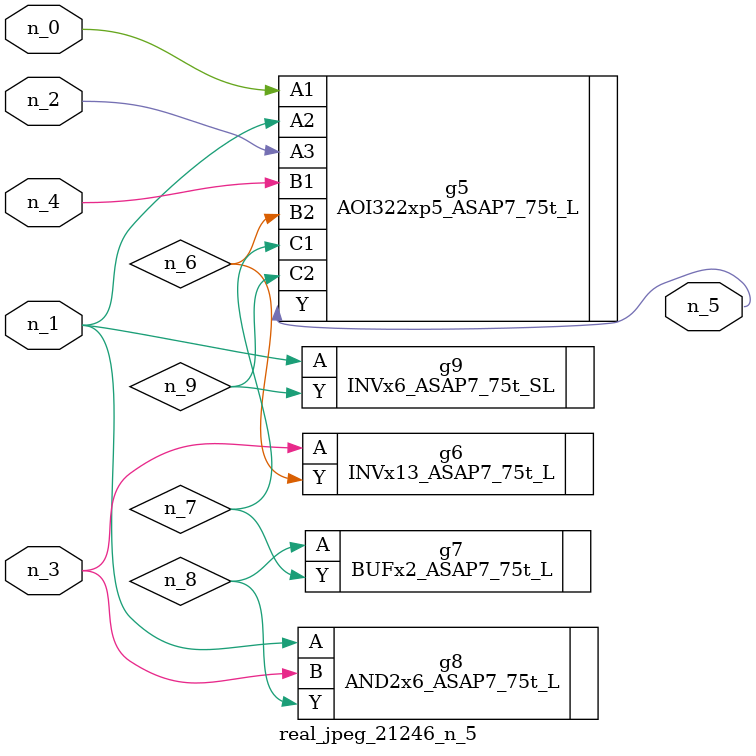
<source format=v>
module real_jpeg_21246_n_5 (n_4, n_0, n_1, n_2, n_3, n_5);

input n_4;
input n_0;
input n_1;
input n_2;
input n_3;

output n_5;

wire n_8;
wire n_6;
wire n_7;
wire n_9;

AOI322xp5_ASAP7_75t_L g5 ( 
.A1(n_0),
.A2(n_1),
.A3(n_2),
.B1(n_4),
.B2(n_6),
.C1(n_7),
.C2(n_9),
.Y(n_5)
);

AND2x6_ASAP7_75t_L g8 ( 
.A(n_1),
.B(n_3),
.Y(n_8)
);

INVx6_ASAP7_75t_SL g9 ( 
.A(n_1),
.Y(n_9)
);

INVx13_ASAP7_75t_L g6 ( 
.A(n_3),
.Y(n_6)
);

BUFx2_ASAP7_75t_L g7 ( 
.A(n_8),
.Y(n_7)
);


endmodule
</source>
